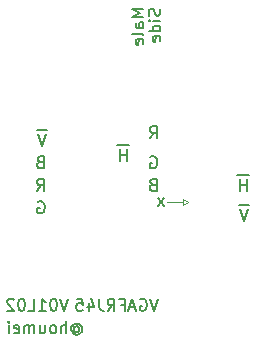
<source format=gbo>
G04 #@! TF.GenerationSoftware,KiCad,Pcbnew,(5.1.8)-1*
G04 #@! TF.CreationDate,2023-06-17T02:04:58+09:00*
G04 #@! TF.ProjectId,VGAFRJ45,56474146-524a-4343-952e-6b696361645f,rev?*
G04 #@! TF.SameCoordinates,PX9157080PY791ddc0*
G04 #@! TF.FileFunction,Legend,Bot*
G04 #@! TF.FilePolarity,Positive*
%FSLAX46Y46*%
G04 Gerber Fmt 4.6, Leading zero omitted, Abs format (unit mm)*
G04 Created by KiCad (PCBNEW (5.1.8)-1) date 2023-06-17 02:04:58*
%MOMM*%
%LPD*%
G01*
G04 APERTURE LIST*
%ADD10C,0.150000*%
%ADD11C,0.120000*%
G04 APERTURE END LIST*
D10*
X14237642Y14152620D02*
X13713833Y14819286D01*
X14237642Y14819286D02*
X13713833Y14152620D01*
X13301071Y15946429D02*
X13158214Y15898810D01*
X13110595Y15851191D01*
X13062976Y15755953D01*
X13062976Y15613096D01*
X13110595Y15517858D01*
X13158214Y15470239D01*
X13253452Y15422620D01*
X13634404Y15422620D01*
X13634404Y16422620D01*
X13301071Y16422620D01*
X13205833Y16375000D01*
X13158214Y16327381D01*
X13110595Y16232143D01*
X13110595Y16136905D01*
X13158214Y16041667D01*
X13205833Y15994048D01*
X13301071Y15946429D01*
X13634404Y15946429D01*
X13110595Y18280000D02*
X13205833Y18327620D01*
X13348690Y18327620D01*
X13491547Y18280000D01*
X13586785Y18184762D01*
X13634404Y18089524D01*
X13682023Y17899048D01*
X13682023Y17756191D01*
X13634404Y17565715D01*
X13586785Y17470477D01*
X13491547Y17375239D01*
X13348690Y17327620D01*
X13253452Y17327620D01*
X13110595Y17375239D01*
X13062976Y17422858D01*
X13062976Y17756191D01*
X13253452Y17756191D01*
X13062976Y19867620D02*
X13396309Y20343810D01*
X13634404Y19867620D02*
X13634404Y20867620D01*
X13253452Y20867620D01*
X13158214Y20820000D01*
X13110595Y20772381D01*
X13062976Y20677143D01*
X13062976Y20534286D01*
X13110595Y20439048D01*
X13158214Y20391429D01*
X13253452Y20343810D01*
X13634404Y20343810D01*
X21492500Y14250000D02*
X20635357Y14250000D01*
X21397261Y13882620D02*
X21063928Y12882620D01*
X20730595Y13882620D01*
X21492500Y16790000D02*
X20444880Y16790000D01*
X21254404Y15422620D02*
X21254404Y16422620D01*
X21254404Y15946429D02*
X20682976Y15946429D01*
X20682976Y15422620D02*
X20682976Y16422620D01*
X13905237Y30827024D02*
X13952856Y30684167D01*
X13952856Y30446072D01*
X13905237Y30350834D01*
X13857618Y30303215D01*
X13762380Y30255596D01*
X13667142Y30255596D01*
X13571904Y30303215D01*
X13524285Y30350834D01*
X13476666Y30446072D01*
X13429047Y30636548D01*
X13381428Y30731786D01*
X13333809Y30779405D01*
X13238571Y30827024D01*
X13143333Y30827024D01*
X13048095Y30779405D01*
X13000476Y30731786D01*
X12952856Y30636548D01*
X12952856Y30398453D01*
X13000476Y30255596D01*
X13952856Y29827024D02*
X13286190Y29827024D01*
X12952856Y29827024D02*
X13000476Y29874643D01*
X13048095Y29827024D01*
X13000476Y29779405D01*
X12952856Y29827024D01*
X13048095Y29827024D01*
X13952856Y28922262D02*
X12952856Y28922262D01*
X13905237Y28922262D02*
X13952856Y29017500D01*
X13952856Y29207977D01*
X13905237Y29303215D01*
X13857618Y29350834D01*
X13762380Y29398453D01*
X13476666Y29398453D01*
X13381428Y29350834D01*
X13333809Y29303215D01*
X13286190Y29207977D01*
X13286190Y29017500D01*
X13333809Y28922262D01*
X13905237Y28065120D02*
X13952856Y28160358D01*
X13952856Y28350834D01*
X13905237Y28446072D01*
X13809999Y28493691D01*
X13429047Y28493691D01*
X13333809Y28446072D01*
X13286190Y28350834D01*
X13286190Y28160358D01*
X13333809Y28065120D01*
X13429047Y28017500D01*
X13524285Y28017500D01*
X13619523Y28493691D01*
X11332500Y19330000D02*
X10284880Y19330000D01*
X11094404Y17962620D02*
X11094404Y18962620D01*
X11094404Y18486429D02*
X10522976Y18486429D01*
X10522976Y17962620D02*
X10522976Y18962620D01*
X4347500Y20600000D02*
X3490357Y20600000D01*
X4252261Y20232620D02*
X3918928Y19232620D01*
X3585595Y20232620D01*
X3585595Y14470000D02*
X3680833Y14517620D01*
X3823690Y14517620D01*
X3966547Y14470000D01*
X4061785Y14374762D01*
X4109404Y14279524D01*
X4157023Y14089048D01*
X4157023Y13946191D01*
X4109404Y13755715D01*
X4061785Y13660477D01*
X3966547Y13565239D01*
X3823690Y13517620D01*
X3728452Y13517620D01*
X3585595Y13565239D01*
X3537976Y13612858D01*
X3537976Y13946191D01*
X3728452Y13946191D01*
X3537976Y15422620D02*
X3871309Y15898810D01*
X4109404Y15422620D02*
X4109404Y16422620D01*
X3728452Y16422620D01*
X3633214Y16375000D01*
X3585595Y16327381D01*
X3537976Y16232143D01*
X3537976Y16089286D01*
X3585595Y15994048D01*
X3633214Y15946429D01*
X3728452Y15898810D01*
X4109404Y15898810D01*
X3776071Y17851429D02*
X3633214Y17803810D01*
X3585595Y17756191D01*
X3537976Y17660953D01*
X3537976Y17518096D01*
X3585595Y17422858D01*
X3633214Y17375239D01*
X3728452Y17327620D01*
X4109404Y17327620D01*
X4109404Y18327620D01*
X3776071Y18327620D01*
X3680833Y18280000D01*
X3633214Y18232381D01*
X3585595Y18137143D01*
X3585595Y18041905D01*
X3633214Y17946667D01*
X3680833Y17899048D01*
X3776071Y17851429D01*
X4109404Y17851429D01*
X12517380Y30779405D02*
X11517380Y30779405D01*
X12231666Y30446072D01*
X11517380Y30112739D01*
X12517380Y30112739D01*
X12517380Y29207977D02*
X11993571Y29207977D01*
X11898333Y29255596D01*
X11850714Y29350834D01*
X11850714Y29541310D01*
X11898333Y29636548D01*
X12469761Y29207977D02*
X12517380Y29303215D01*
X12517380Y29541310D01*
X12469761Y29636548D01*
X12374523Y29684167D01*
X12279285Y29684167D01*
X12184047Y29636548D01*
X12136428Y29541310D01*
X12136428Y29303215D01*
X12088809Y29207977D01*
X12517380Y28588929D02*
X12469761Y28684167D01*
X12374523Y28731786D01*
X11517380Y28731786D01*
X12469761Y27827024D02*
X12517380Y27922262D01*
X12517380Y28112739D01*
X12469761Y28207977D01*
X12374523Y28255596D01*
X11993571Y28255596D01*
X11898333Y28207977D01*
X11850714Y28112739D01*
X11850714Y27922262D01*
X11898333Y27827024D01*
X11993571Y27779405D01*
X12088809Y27779405D01*
X12184047Y28255596D01*
X6665357Y3833810D02*
X6712976Y3881429D01*
X6808214Y3929048D01*
X6903452Y3929048D01*
X6998690Y3881429D01*
X7046309Y3833810D01*
X7093928Y3738572D01*
X7093928Y3643334D01*
X7046309Y3548096D01*
X6998690Y3500477D01*
X6903452Y3452858D01*
X6808214Y3452858D01*
X6712976Y3500477D01*
X6665357Y3548096D01*
X6665357Y3929048D02*
X6665357Y3548096D01*
X6617738Y3500477D01*
X6570119Y3500477D01*
X6474880Y3548096D01*
X6427261Y3643334D01*
X6427261Y3881429D01*
X6522500Y4024286D01*
X6665357Y4119524D01*
X6855833Y4167143D01*
X7046309Y4119524D01*
X7189166Y4024286D01*
X7284404Y3881429D01*
X7332023Y3690953D01*
X7284404Y3500477D01*
X7189166Y3357620D01*
X7046309Y3262381D01*
X6855833Y3214762D01*
X6665357Y3262381D01*
X6522500Y3357620D01*
X5998690Y3357620D02*
X5998690Y4357620D01*
X5570119Y3357620D02*
X5570119Y3881429D01*
X5617738Y3976667D01*
X5712976Y4024286D01*
X5855833Y4024286D01*
X5951071Y3976667D01*
X5998690Y3929048D01*
X4951071Y3357620D02*
X5046309Y3405239D01*
X5093928Y3452858D01*
X5141547Y3548096D01*
X5141547Y3833810D01*
X5093928Y3929048D01*
X5046309Y3976667D01*
X4951071Y4024286D01*
X4808214Y4024286D01*
X4712976Y3976667D01*
X4665357Y3929048D01*
X4617738Y3833810D01*
X4617738Y3548096D01*
X4665357Y3452858D01*
X4712976Y3405239D01*
X4808214Y3357620D01*
X4951071Y3357620D01*
X3760595Y4024286D02*
X3760595Y3357620D01*
X4189166Y4024286D02*
X4189166Y3500477D01*
X4141547Y3405239D01*
X4046309Y3357620D01*
X3903452Y3357620D01*
X3808214Y3405239D01*
X3760595Y3452858D01*
X3284404Y3357620D02*
X3284404Y4024286D01*
X3284404Y3929048D02*
X3236785Y3976667D01*
X3141547Y4024286D01*
X2998690Y4024286D01*
X2903452Y3976667D01*
X2855833Y3881429D01*
X2855833Y3357620D01*
X2855833Y3881429D02*
X2808214Y3976667D01*
X2712976Y4024286D01*
X2570119Y4024286D01*
X2474880Y3976667D01*
X2427261Y3881429D01*
X2427261Y3357620D01*
X1570119Y3405239D02*
X1665357Y3357620D01*
X1855833Y3357620D01*
X1951071Y3405239D01*
X1998690Y3500477D01*
X1998690Y3881429D01*
X1951071Y3976667D01*
X1855833Y4024286D01*
X1665357Y4024286D01*
X1570119Y3976667D01*
X1522500Y3881429D01*
X1522500Y3786191D01*
X1998690Y3690953D01*
X1093928Y3357620D02*
X1093928Y4024286D01*
X1093928Y4357620D02*
X1141547Y4310000D01*
X1093928Y4262381D01*
X1046309Y4310000D01*
X1093928Y4357620D01*
X1093928Y4262381D01*
X6157261Y6262620D02*
X5823928Y5262620D01*
X5490595Y6262620D01*
X4966785Y6262620D02*
X4871547Y6262620D01*
X4776309Y6215000D01*
X4728690Y6167381D01*
X4681071Y6072143D01*
X4633452Y5881667D01*
X4633452Y5643572D01*
X4681071Y5453096D01*
X4728690Y5357858D01*
X4776309Y5310239D01*
X4871547Y5262620D01*
X4966785Y5262620D01*
X5062023Y5310239D01*
X5109642Y5357858D01*
X5157261Y5453096D01*
X5204880Y5643572D01*
X5204880Y5881667D01*
X5157261Y6072143D01*
X5109642Y6167381D01*
X5062023Y6215000D01*
X4966785Y6262620D01*
X3681071Y5262620D02*
X4252500Y5262620D01*
X3966785Y5262620D02*
X3966785Y6262620D01*
X4062023Y6119762D01*
X4157261Y6024524D01*
X4252500Y5976905D01*
X2776309Y5262620D02*
X3252500Y5262620D01*
X3252500Y6262620D01*
X2252500Y6262620D02*
X2157261Y6262620D01*
X2062023Y6215000D01*
X2014404Y6167381D01*
X1966785Y6072143D01*
X1919166Y5881667D01*
X1919166Y5643572D01*
X1966785Y5453096D01*
X2014404Y5357858D01*
X2062023Y5310239D01*
X2157261Y5262620D01*
X2252500Y5262620D01*
X2347738Y5310239D01*
X2395357Y5357858D01*
X2442976Y5453096D01*
X2490595Y5643572D01*
X2490595Y5881667D01*
X2442976Y6072143D01*
X2395357Y6167381D01*
X2347738Y6215000D01*
X2252500Y6262620D01*
X1538214Y6167381D02*
X1490595Y6215000D01*
X1395357Y6262620D01*
X1157261Y6262620D01*
X1062023Y6215000D01*
X1014404Y6167381D01*
X966785Y6072143D01*
X966785Y5976905D01*
X1014404Y5834048D01*
X1585833Y5262620D01*
X966785Y5262620D01*
X13777261Y6262620D02*
X13443928Y5262620D01*
X13110595Y6262620D01*
X12253452Y6215000D02*
X12348690Y6262620D01*
X12491547Y6262620D01*
X12634404Y6215000D01*
X12729642Y6119762D01*
X12777261Y6024524D01*
X12824880Y5834048D01*
X12824880Y5691191D01*
X12777261Y5500715D01*
X12729642Y5405477D01*
X12634404Y5310239D01*
X12491547Y5262620D01*
X12396309Y5262620D01*
X12253452Y5310239D01*
X12205833Y5357858D01*
X12205833Y5691191D01*
X12396309Y5691191D01*
X11824880Y5548334D02*
X11348690Y5548334D01*
X11920119Y5262620D02*
X11586785Y6262620D01*
X11253452Y5262620D01*
X10586785Y5786429D02*
X10920119Y5786429D01*
X10920119Y5262620D02*
X10920119Y6262620D01*
X10443928Y6262620D01*
X9491547Y5262620D02*
X9824880Y5738810D01*
X10062976Y5262620D02*
X10062976Y6262620D01*
X9682023Y6262620D01*
X9586785Y6215000D01*
X9539166Y6167381D01*
X9491547Y6072143D01*
X9491547Y5929286D01*
X9539166Y5834048D01*
X9586785Y5786429D01*
X9682023Y5738810D01*
X10062976Y5738810D01*
X8777261Y6262620D02*
X8777261Y5548334D01*
X8824880Y5405477D01*
X8920119Y5310239D01*
X9062976Y5262620D01*
X9158214Y5262620D01*
X7872500Y5929286D02*
X7872500Y5262620D01*
X8110595Y6310239D02*
X8348690Y5595953D01*
X7729642Y5595953D01*
X6872500Y6262620D02*
X7348690Y6262620D01*
X7396309Y5786429D01*
X7348690Y5834048D01*
X7253452Y5881667D01*
X7015357Y5881667D01*
X6920119Y5834048D01*
X6872500Y5786429D01*
X6824880Y5691191D01*
X6824880Y5453096D01*
X6872500Y5357858D01*
X6920119Y5310239D01*
X7015357Y5262620D01*
X7253452Y5262620D01*
X7348690Y5310239D01*
X7396309Y5357858D01*
D11*
X15850662Y14728000D02*
X15850662Y14228000D01*
X15850662Y14228000D02*
X16283675Y14478000D01*
X16283675Y14478000D02*
X15850662Y14728000D01*
X15875000Y14478000D02*
X14478000Y14478000D01*
M02*

</source>
